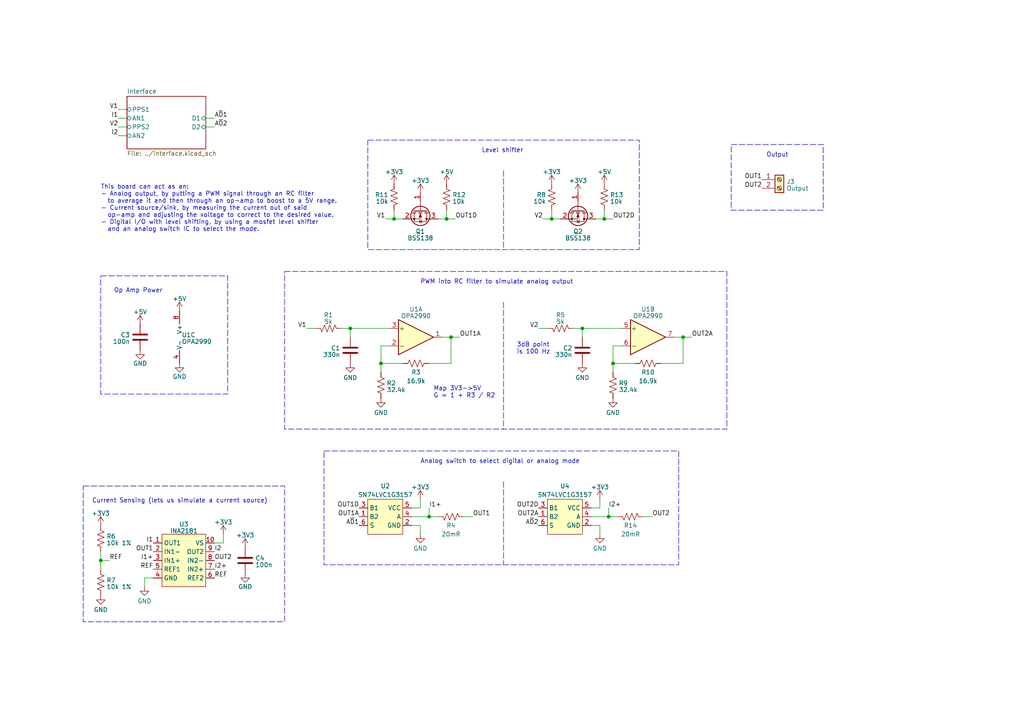
<source format=kicad_sch>
(kicad_sch (version 20230121) (generator eeschema)
  (paper "A4")
  (lib_symbols
    (symbol "Connector:Screw_Terminal_01x02" (pin_names (offset 1.016) hide)
      (property "Reference" "J" (at 0 2.54 0))
      (property "Value" "Screw_Terminal_01x02" (at 0 -5.08 0))
      (symbol "Screw_Terminal_01x02_1_1"
        (rectangle (start -1.27 1.27) (end 1.27 -3.81) (stroke (width 0.254)) (fill (type background)))
        (circle (center 0 -2.54) (radius 0.635) (stroke (width 0.1524)))
        (polyline (pts (xy -0.5334 -2.2098) (xy 0.3302 -3.048)) (stroke (width 0.1524)))
        (polyline (pts (xy -0.5334 0.3302) (xy 0.3302 -0.508)) (stroke (width 0.1524)))
        (polyline (pts (xy -0.3556 -2.032) (xy 0.508 -2.8702)) (stroke (width 0.1524)))
        (polyline (pts (xy -0.3556 0.508) (xy 0.508 -0.3302)) (stroke (width 0.1524)))
        (circle (center 0 0) (radius 0.635) (stroke (width 0.1524)))
        (pin passive line (at -5.08 0 0) (length 3.81) (name "Pin_1") (number "1"))
        (pin passive line (at -5.08 -2.54 0) (length 3.81) (name "Pin_2") (number "2"))
      )
    )
    (symbol "Device:C" (pin_numbers hide) (pin_names (offset 0.254))
      (property "Reference" "C" (at 0.635 2.54 0))
      (property "Value" "C" (at 0.635 -2.54 0))
      (symbol "C_0_1"
        (polyline (pts (xy -2.032 -0.762) (xy 2.032 -0.762)) (stroke (width 0.508)))
        (polyline (pts (xy -2.032 0.762) (xy 2.032 0.762)) (stroke (width 0.508)))
      )
      (symbol "C_1_1"
        (pin passive line (at 0 3.81 270) (length 2.794) (name "~") (number "1"))
        (pin passive line (at 0 -3.81 90) (length 2.794) (name "~") (number "2"))
      )
    )
    (symbol "Device:R_US" (pin_numbers hide) (pin_names (offset 0))
      (property "Reference" "R" (at 2.54 0 90))
      (property "Value" "R_US" (at -2.54 0 90))
      (symbol "R_US_0_1"
        (polyline (pts (xy 0 -2.286) (xy 0 -2.54)))
        (polyline (pts (xy 0 2.286) (xy 0 2.54)))
        (polyline (pts (xy 0 -0.762) (xy 1.016 -1.143) (xy 0 -1.524) (xy -1.016 -1.905) (xy 0 -2.286)))
        (polyline (pts (xy 0 0.762) (xy 1.016 0.381) (xy 0 0) (xy -1.016 -0.381) (xy 0 -0.762)))
        (polyline (pts (xy 0 2.286) (xy 1.016 1.905) (xy 0 1.524) (xy -1.016 1.143) (xy 0 0.762)))
      )
      (symbol "R_US_1_1"
        (pin passive line (at 0 3.81 270) (length 1.27) (name "~") (number "1"))
        (pin passive line (at 0 -3.81 90) (length 1.27) (name "~") (number "2"))
      )
    )
    (symbol "Transistor_FET:BSS138" (pin_names hide)
      (property "Reference" "Q" (at 5.08 1.905 0))
      (property "Value" "BSS138" (at 5.08 0 0))
      (symbol "BSS138_0_1"
        (polyline (pts (xy 0.254 0) (xy -2.54 0)))
        (polyline (pts (xy 0.254 1.905) (xy 0.254 -1.905)) (stroke (width 0.254)))
        (polyline (pts (xy 0.762 -1.27) (xy 0.762 -2.286)) (stroke (width 0.254)))
        (polyline (pts (xy 0.762 0.508) (xy 0.762 -0.508)) (stroke (width 0.254)))
        (polyline (pts (xy 0.762 2.286) (xy 0.762 1.27)) (stroke (width 0.254)))
        (polyline (pts (xy 2.54 2.54) (xy 2.54 1.778)))
        (polyline (pts (xy 2.54 -2.54) (xy 2.54 0) (xy 0.762 0)))
        (polyline (pts (xy 0.762 -1.778) (xy 3.302 -1.778) (xy 3.302 1.778) (xy 0.762 1.778)))
        (polyline (pts (xy 1.016 0) (xy 2.032 0.381) (xy 2.032 -0.381) (xy 1.016 0)) (fill (type outline)))
        (polyline (pts (xy 2.794 0.508) (xy 2.921 0.381) (xy 3.683 0.381) (xy 3.81 0.254)))
        (polyline (pts (xy 3.302 0.381) (xy 2.921 -0.254) (xy 3.683 -0.254) (xy 3.302 0.381)))
        (circle (center 1.651 0) (radius 2.794) (stroke (width 0.254)))
        (circle (center 2.54 -1.778) (radius 0.254) (fill (type outline)))
        (circle (center 2.54 1.778) (radius 0.254) (fill (type outline)))
      )
      (symbol "BSS138_1_1"
        (pin input line (at -5.08 0 0) (length 2.54) (name "G") (number "1"))
        (pin passive line (at 2.54 -5.08 90) (length 2.54) (name "S") (number "2"))
        (pin passive line (at 2.54 5.08 270) (length 2.54) (name "D") (number "3"))
      )
    )
    (symbol "hil:INA2181"
      (property "Reference" "U" (at 0 11.43 0))
      (property "Value" "INA2181" (at 0 8.89 0))
      (symbol "INA2181_1_1"
        (rectangle (start -6.35 7.62) (end 6.35 -7.62) (fill (type background)))
        (pin output line (at -8.89 5.08 0) (length 2.54) (name "OUT1") (number "1"))
        (pin power_in line (at 8.89 5.08 180) (length 2.54) (name "VS") (number "10"))
        (pin input line (at -8.89 2.54 0) (length 2.54) (name "IN1-") (number "2"))
        (pin input line (at -8.89 0 0) (length 2.54) (name "IN1+") (number "3"))
        (pin power_in line (at -8.89 -5.08 0) (length 2.54) (name "GND") (number "4"))
        (pin input line (at -8.89 -2.54 0) (length 2.54) (name "REF1") (number "5"))
        (pin input line (at 8.89 -5.08 180) (length 2.54) (name "REF2") (number "6"))
        (pin input line (at 8.89 -2.54 180) (length 2.54) (name "IN2+") (number "7"))
        (pin input line (at 8.89 0 180) (length 2.54) (name "IN2-") (number "8"))
        (pin output line (at 8.89 2.54 180) (length 2.54) (name "OUT2") (number "9"))
      )
    )
    (symbol "hil:OPA2990" (pin_names (offset 0.127))
      (property "Reference" "U" (at 0 5.08 0))
      (property "Value" "OPA2990" (at 0 -5.08 0))
      (symbol "OPA2990_1_1"
        (polyline (pts (xy -5.08 5.08) (xy 5.08 0) (xy -5.08 -5.08) (xy -5.08 5.08)) (stroke (width 0.254)) (fill (type background)))
        (pin output line (at 7.62 0 180) (length 2.54) (name "~") (number "1"))
        (pin input line (at -7.62 -2.54 0) (length 2.54) (name "-") (number "2"))
        (pin input line (at -7.62 2.54 0) (length 2.54) (name "+") (number "3"))
      )
      (symbol "OPA2990_2_1"
        (polyline (pts (xy -5.08 5.08) (xy 5.08 0) (xy -5.08 -5.08) (xy -5.08 5.08)) (stroke (width 0.254)) (fill (type background)))
        (pin input line (at -7.62 2.54 0) (length 2.54) (name "+") (number "5"))
        (pin input line (at -7.62 -2.54 0) (length 2.54) (name "-") (number "6"))
        (pin output line (at 7.62 0 180) (length 2.54) (name "~") (number "7"))
      )
      (symbol "OPA2990_3_1"
        (pin power_in line (at -2.54 -7.62 90) (length 3.81) (name "V-") (number "4"))
        (pin power_in line (at -2.54 7.62 270) (length 3.81) (name "V+") (number "8"))
      )
    )
    (symbol "hil:SN74LVC1G3157"
      (property "Reference" "U" (at 0 8.89 0))
      (property "Value" "SN74LVC1G3157" (at 0 6.35 0))
      (symbol "SN74LVC1G3157_1_1"
        (rectangle (start -5.08 5.08) (end 5.08 -5.08) (fill (type background)))
        (pin bidirectional line (at -7.62 0 0) (length 2.54) (name "B2") (number "1"))
        (pin power_in line (at 7.62 -2.54 180) (length 2.54) (name "GND") (number "2"))
        (pin bidirectional line (at -7.62 2.54 0) (length 2.54) (name "B1") (number "3"))
        (pin bidirectional line (at 7.62 0 180) (length 2.54) (name "A") (number "4"))
        (pin power_in line (at 7.62 2.54 180) (length 2.54) (name "VCC") (number "5"))
        (pin input line (at -7.62 -2.54 0) (length 2.54) (name "S") (number "6"))
      )
    )
    (symbol "power:+3V3" (power) (pin_names (offset 0))
      (property "Value" "+3V3" (at 0 3.556 0))
      (symbol "+3V3_0_1"
        (polyline (pts (xy -0.762 1.27) (xy 0 2.54)))
        (polyline (pts (xy 0 0) (xy 0 2.54)))
        (polyline (pts (xy 0 2.54) (xy 0.762 1.27)))
      )
      (symbol "+3V3_1_1"
        (pin power_in line (at 0 0 90) (length 0) hide (name "+3V3") (number "1"))
      )
    )
    (symbol "power:+5V" (power) (pin_names (offset 0))
      (property "Value" "+5V" (at 0 3.556 0))
      (symbol "+5V_0_1"
        (polyline (pts (xy -0.762 1.27) (xy 0 2.54)))
        (polyline (pts (xy 0 0) (xy 0 2.54)))
        (polyline (pts (xy 0 2.54) (xy 0.762 1.27)))
      )
      (symbol "+5V_1_1"
        (pin power_in line (at 0 0 90) (length 0) hide (name "+5V") (number "1"))
      )
    )
    (symbol "power:GND" (power) (pin_names (offset 0))
      (property "Value" "GND" (at 0 -3.81 0))
      (symbol "GND_0_1"
        (polyline (pts (xy 0 0) (xy 0 -1.27) (xy 1.27 -1.27) (xy 0 -2.54) (xy -1.27 -1.27) (xy 0 -1.27)))
      )
      (symbol "GND_1_1"
        (pin power_in line (at 0 0 270) (length 0) hide (name "GND") (number "1"))
      )
    )
  )
  (junction (at 114.3 63.5))
  (junction (at 129.54 63.5))
  (junction (at 124.46 149.86))
  (junction (at 101.6 95.25))
  (junction (at 168.91 95.25))
  (junction (at 110.49 105.41))
  (junction (at 177.8 105.41))
  (junction (at 130.81 97.79))
  (junction (at 175.26 63.5))
  (junction (at 160.02 63.5))
  (junction (at 29.21 162.56))
  (junction (at 176.53 149.86))
  (junction (at 198.12 97.79))
  (wire (pts (xy 34.29 39.37) (xy 36.83 39.37)))
  (wire (pts (xy 124.46 149.86) (xy 127 149.86)))
  (wire (pts (xy 88.9 95.25) (xy 91.44 95.25)))
  (wire (pts (xy 114.3 60.96) (xy 114.3 63.5)))
  (wire (pts (xy 59.69 36.83) (xy 62.23 36.83)))
  (wire (pts (xy 29.21 162.56) (xy 29.21 165.1)))
  (wire (pts (xy 171.45 147.32) (xy 173.99 147.32)))
  (wire (pts (xy 160.02 60.96) (xy 160.02 63.5)))
  (wire (pts (xy 168.91 95.25) (xy 166.37 95.25)))
  (wire (pts (xy 198.12 97.79) (xy 200.66 97.79)))
  (polyline (pts (xy 146.05 87.63) (xy 146.05 124.46)) (stroke (width 0) (type dash)))
  (wire (pts (xy 168.91 95.25) (xy 180.34 95.25)))
  (wire (pts (xy 101.6 95.25) (xy 99.06 95.25)))
  (wire (pts (xy 130.81 97.79) (xy 133.35 97.79)))
  (wire (pts (xy 130.81 97.79) (xy 130.81 105.41)))
  (wire (pts (xy 121.92 152.4) (xy 119.38 152.4)))
  (wire (pts (xy 64.77 157.48) (xy 62.23 157.48)))
  (wire (pts (xy 176.53 149.86) (xy 179.07 149.86)))
  (wire (pts (xy 41.91 167.64) (xy 44.45 167.64)))
  (wire (pts (xy 101.6 97.79) (xy 101.6 95.25)))
  (wire (pts (xy 157.48 63.5) (xy 160.02 63.5)))
  (wire (pts (xy 176.53 147.32) (xy 176.53 149.86)))
  (wire (pts (xy 124.46 147.32) (xy 124.46 149.86)))
  (wire (pts (xy 177.8 105.41) (xy 177.8 107.95)))
  (wire (pts (xy 160.02 63.5) (xy 162.56 63.5)))
  (wire (pts (xy 129.54 63.5) (xy 132.08 63.5)))
  (wire (pts (xy 168.91 97.79) (xy 168.91 95.25)))
  (wire (pts (xy 121.92 147.32) (xy 121.92 144.78)))
  (wire (pts (xy 101.6 95.25) (xy 113.03 95.25)))
  (wire (pts (xy 59.69 34.29) (xy 62.23 34.29)))
  (wire (pts (xy 129.54 63.5) (xy 127 63.5)))
  (wire (pts (xy 156.21 95.25) (xy 158.75 95.25)))
  (wire (pts (xy 175.26 63.5) (xy 172.72 63.5)))
  (wire (pts (xy 189.23 149.86) (xy 186.69 149.86)))
  (wire (pts (xy 184.15 105.41) (xy 177.8 105.41)))
  (wire (pts (xy 177.8 100.33) (xy 180.34 100.33)))
  (wire (pts (xy 41.91 170.18) (xy 41.91 167.64)))
  (wire (pts (xy 130.81 105.41) (xy 124.46 105.41)))
  (wire (pts (xy 128.27 97.79) (xy 130.81 97.79)))
  (wire (pts (xy 110.49 105.41) (xy 110.49 100.33)))
  (wire (pts (xy 137.16 149.86) (xy 134.62 149.86)))
  (wire (pts (xy 116.84 105.41) (xy 110.49 105.41)))
  (wire (pts (xy 110.49 105.41) (xy 110.49 107.95)))
  (wire (pts (xy 173.99 147.32) (xy 173.99 144.78)))
  (wire (pts (xy 31.75 162.56) (xy 29.21 162.56)))
  (wire (pts (xy 129.54 60.96) (xy 129.54 63.5)))
  (polyline (pts (xy 146.05 139.7) (xy 146.05 163.83)) (stroke (width 0) (type dash)))
  (wire (pts (xy 171.45 149.86) (xy 176.53 149.86)))
  (wire (pts (xy 121.92 154.94) (xy 121.92 152.4)))
  (wire (pts (xy 114.3 63.5) (xy 116.84 63.5)))
  (wire (pts (xy 64.77 154.94) (xy 64.77 157.48)))
  (wire (pts (xy 111.76 63.5) (xy 114.3 63.5)))
  (polyline (pts (xy 146.05 49.53) (xy 146.05 72.39)) (stroke (width 0) (type dash)))
  (wire (pts (xy 110.49 100.33) (xy 113.03 100.33)))
  (wire (pts (xy 119.38 149.86) (xy 124.46 149.86)))
  (wire (pts (xy 173.99 154.94) (xy 173.99 152.4)))
  (wire (pts (xy 195.58 97.79) (xy 198.12 97.79)))
  (wire (pts (xy 34.29 36.83) (xy 36.83 36.83)))
  (wire (pts (xy 119.38 147.32) (xy 121.92 147.32)))
  (wire (pts (xy 177.8 105.41) (xy 177.8 100.33)))
  (wire (pts (xy 173.99 152.4) (xy 171.45 152.4)))
  (wire (pts (xy 34.29 34.29) (xy 36.83 34.29)))
  (wire (pts (xy 175.26 63.5) (xy 177.8 63.5)))
  (wire (pts (xy 34.29 31.75) (xy 36.83 31.75)))
  (wire (pts (xy 198.12 97.79) (xy 198.12 105.41)))
  (wire (pts (xy 175.26 60.96) (xy 175.26 63.5)))
  (wire (pts (xy 198.12 105.41) (xy 191.77 105.41)))
  (wire (pts (xy 29.21 160.02) (xy 29.21 162.56)))
  (rectangle (start 212.09 41.91) (end 238.76 60.96) (stroke (width 0) (type dash)))
  (rectangle (start 106.68 40.64) (end 185.42 72.39) (stroke (width 0) (type dash)))
  (rectangle (start 82.55 78.74) (end 210.82 124.46) (stroke (width 0) (type dash)))
  (rectangle (start 24.13 140.97) (end 82.55 180.34) (stroke (width 0) (type dash)))
  (rectangle (start 93.98 130.81) (end 196.85 163.83) (stroke (width 0) (type dash)))
  (rectangle (start 29.21 80.01) (end 66.04 114.3) (stroke (width 0) (type dash)))
  (text "3dB point\nis 100 Hz" (at 149.86 102.87 0) (effects (font (size 1.27 1.27)) (justify left bottom)))
  (text "Current Sensing (lets us simulate a current source)" (at 26.67 146.05 0) (effects (font (size 1.27 1.27)) (justify left bottom)))
  (text "Map 3V3->5V\nG = 1 + R3 / R2" (at 125.73 115.57 0) (effects (font (size 1.27 1.27)) (justify left bottom)))
  (text "This board can act as an:\n- Analog output, by putting a PWM signal through an RC filter\n  to average it and then through an op-amp to boost to a 5V range.\n- Current source/sink, by measuring the current out of said\n  op-amp and adjusting the voltage to correct to the desired value.\n- Digital I/O with level shifting, by using a mosfet level shifter\n  and an analog switch IC to select the mode." (at 29.21 67.31 0) (effects (font (size 1.27 1.27)) (justify left bottom)))
  (text "Level shifter" (at 139.7 44.45 0) (effects (font (size 1.27 1.27)) (justify left bottom)))
  (text "Output" (at 222.25 45.72 0) (effects (font (size 1.27 1.27)) (justify left bottom)))
  (text "PWM into RC filter to simulate analog output" (at 121.92 82.55 0) (effects (font (size 1.27 1.27)) (justify left bottom)))
  (text "Analog switch to select digital or analog mode" (at 121.92 134.62 0) (effects (font (size 1.27 1.27)) (justify left bottom)))
  (text "Op Amp Power" (at 33.02 85.09 0) (effects (font (size 1.27 1.27)) (justify left bottom)))
  (label "V1" (at 88.9 95.25 180))
  (label "A~{D}2" (at 62.23 36.83 0))
  (label "OUT2" (at 62.23 162.56 0))
  (label "REF" (at 62.23 167.64 0))
  (label "OUT2D" (at 177.8 63.5 0))
  (label "OUT2" (at 189.23 149.86 0))
  (label "OUT2A" (at 200.66 97.79 0))
  (label "I2" (at 62.23 160.02 0))
  (label "V1" (at 34.29 31.75 180))
  (label "V1" (at 111.76 63.5 180))
  (label "I1" (at 44.45 157.48 180))
  (label "OUT1A" (at 104.14 149.86 180))
  (label "I1+" (at 124.46 147.32 0))
  (label "I1+" (at 44.45 162.56 180))
  (label "REF" (at 31.75 162.56 0))
  (label "I2" (at 34.29 39.37 180))
  (label "I2+" (at 176.53 147.32 0))
  (label "A~{D}1" (at 104.14 152.4 180))
  (label "OUT1" (at 220.98 52.07 180))
  (label "OUT1" (at 44.45 160.02 180))
  (label "REF" (at 44.45 165.1 180))
  (label "V2" (at 157.48 63.5 180))
  (label "OUT1A" (at 133.35 97.79 0))
  (label "V2" (at 34.29 36.83 180))
  (label "OUT2" (at 220.98 54.61 180))
  (label "A~{D}1" (at 62.23 34.29 0))
  (label "OUT2D" (at 156.21 147.32 180))
  (label "I2+" (at 62.23 165.1 0))
  (label "OUT1" (at 137.16 149.86 0))
  (label "I1" (at 34.29 34.29 180))
  (label "A~{D}2" (at 156.21 152.4 180))
  (label "V2" (at 156.21 95.25 180))
  (label "OUT1D" (at 104.14 147.32 180))
  (label "OUT2A" (at 156.21 149.86 180))
  (label "OUT1D" (at 132.08 63.5 0))
  (symbol (lib_id "Device:R_US") (at 110.49 111.76 180) (unit 1)
    (property "Reference" "R2" (at 112.141 111.1163 0) (effects (justify right)))
    (property "Value" "32.4k" (at 112.141 113.0373 0) (effects (justify right)))
    (property "Footprint" "Resistor_SMD:R_0805_2012Metric_Pad1.20x1.40mm_HandSolder" (effects hide))
  )
  (symbol (lib_id "power:+5V") (at 129.54 53.34 0) (unit 1)
    (property "Reference" "#PWR020" (effects hide))
    (property "Value" "+5V" (at 129.54 49.8381 0))
  )
  (symbol (lib_id "power:GND") (at 121.92 154.94 0) (mirror y) (unit 1)
    (property "Reference" "#PWR05" (effects hide))
    (property "Value" "GND" (at 121.92 159.0755 0))
  )
  (symbol (lib_id "Device:R_US") (at 175.26 57.15 180) (unit 1)
    (property "Reference" "R13" (at 176.911 56.5063 0) (effects (justify right)))
    (property "Value" "10k" (at 176.911 58.4273 0) (effects (justify right)))
    (property "Footprint" "Resistor_SMD:R_0805_2012Metric_Pad1.20x1.40mm_HandSolder" (effects hide))
  )
  (symbol (lib_id "Device:R_US") (at 29.21 156.21 180) (unit 1)
    (property "Reference" "R6" (at 30.861 155.5663 0) (effects (justify right)))
    (property "Value" "10k 1%" (at 30.861 157.4873 0) (effects (justify right)))
    (property "Footprint" "Resistor_SMD:R_0805_2012Metric_Pad1.20x1.40mm_HandSolder" (effects hide))
  )
  (symbol (lib_id "hil:OPA2990") (at 187.96 97.79 0) (unit 2)
    (property "Reference" "U1" (at 187.96 89.7001 0))
    (property "Value" "OPA2990" (at 187.96 91.6211 0))
    (property "Footprint" "Package_SO:SOIC-8_3.9x4.9mm_P1.27mm" (effects hide))
    (property "Datasheet" "https://www.ti.com/lit/ds/symlink/opa2990.pdf" (effects hide))
  )
  (symbol (lib_id "Connector:Screw_Terminal_01x02") (at 226.06 52.07 0) (unit 1)
    (property "Reference" "J3" (at 228.092 52.6963 0) (effects (justify left)))
    (property "Value" "Output" (at 228.092 54.6173 0) (effects (justify left)))
    (property "Footprint" "TerminalBlock_Phoenix:TerminalBlock_Phoenix_PT-1,5-2-5.0-H_1x02_P5.00mm_Horizontal" (effects hide))
  )
  (symbol (lib_id "power:+3V3") (at 29.21 152.4 0) (unit 1)
    (property "Reference" "#PWR09" (effects hide))
    (property "Value" "+3V3" (at 29.21 148.8981 0))
  )
  (symbol (lib_id "hil:OPA2990") (at 120.65 97.79 0) (unit 1)
    (property "Reference" "U1" (at 120.65 89.7001 0))
    (property "Value" "OPA2990" (at 120.65 91.6211 0))
    (property "Footprint" "Package_SO:SOIC-8_3.9x4.9mm_P1.27mm" (effects hide))
    (property "Datasheet" "https://www.ti.com/lit/ds/symlink/opa2990.pdf" (effects hide))
  )
  (symbol (lib_id "Device:R_US") (at 162.56 95.25 90) (mirror x) (unit 1)
    (property "Reference" "R5" (at 162.56 91.3511 90))
    (property "Value" "5k" (at 162.56 93.2721 90))
    (property "Footprint" "Resistor_SMD:R_0805_2012Metric_Pad1.20x1.40mm_HandSolder" (effects hide))
  )
  (symbol (lib_id "power:+3V3") (at 71.12 158.75 0) (unit 1)
    (property "Reference" "#PWR027" (effects hide))
    (property "Value" "+3V3" (at 71.12 155.2481 0))
  )
  (symbol (lib_id "power:GND") (at 177.8 115.57 0) (mirror y) (unit 1)
    (property "Reference" "#PWR013" (effects hide))
    (property "Value" "GND" (at 177.8 119.7055 0))
  )
  (symbol (lib_id "power:GND") (at 110.49 115.57 0) (mirror y) (unit 1)
    (property "Reference" "#PWR06" (effects hide))
    (property "Value" "GND" (at 110.49 119.7055 0))
  )
  (symbol (lib_id "Device:C") (at 168.91 101.6 0) (mirror y) (unit 1)
    (property "Reference" "C2" (at 165.989 100.9563 0) (effects (justify left)))
    (property "Value" "330n" (at 165.989 102.8773 0) (effects (justify left)))
    (property "Footprint" "Capacitor_SMD:C_0805_2012Metric_Pad1.18x1.45mm_HandSolder" (effects hide))
  )
  (symbol (lib_id "power:+3V3") (at 121.92 144.78 0) (unit 1)
    (property "Reference" "#PWR04" (effects hide))
    (property "Value" "+3V3" (at 121.92 141.2781 0))
  )
  (symbol (lib_id "power:+5V") (at 40.64 93.98 0) (unit 1)
    (property "Reference" "#PWR025" (effects hide))
    (property "Value" "+5V" (at 40.64 90.4781 0))
  )
  (symbol (lib_id "Device:R_US") (at 160.02 57.15 0) (mirror x) (unit 1)
    (property "Reference" "R8" (at 158.369 56.5063 0) (effects (justify right)))
    (property "Value" "10k" (at 158.369 58.4273 0) (effects (justify right)))
    (property "Footprint" "Resistor_SMD:R_0805_2012Metric_Pad1.20x1.40mm_HandSolder" (effects hide))
  )
  (symbol (lib_id "Device:R_US") (at 177.8 111.76 180) (unit 1)
    (property "Reference" "R9" (at 179.451 111.1163 0) (effects (justify right)))
    (property "Value" "32.4k" (at 179.451 113.0373 0) (effects (justify right)))
    (property "Footprint" "Resistor_SMD:R_0805_2012Metric_Pad1.20x1.40mm_HandSolder" (effects hide))
  )
  (symbol (lib_id "power:+3V3") (at 114.3 53.34 0) (unit 1)
    (property "Reference" "#PWR021" (effects hide))
    (property "Value" "+3V3" (at 114.3 49.8381 0))
  )
  (symbol (lib_id "Device:R_US") (at 187.96 105.41 90) (unit 1)
    (property "Reference" "R10" (at 187.96 107.95 90))
    (property "Value" "16.9k" (at 187.96 110.49 90))
    (property "Footprint" "Resistor_SMD:R_0805_2012Metric_Pad1.20x1.40mm_HandSolder" (effects hide))
  )
  (symbol (lib_id "Device:R_US") (at 95.25 95.25 90) (mirror x) (unit 1)
    (property "Reference" "R1" (at 95.25 91.3511 90))
    (property "Value" "5k" (at 95.25 93.2721 90))
    (property "Footprint" "Resistor_SMD:R_0805_2012Metric_Pad1.20x1.40mm_HandSolder" (effects hide))
  )
  (symbol (lib_id "hil:INA2181") (at 53.34 162.56 0) (unit 1)
    (property "Reference" "U3" (at 53.34 152.0571 0))
    (property "Value" "INA2181" (at 53.34 153.9781 0))
    (property "Footprint" "Package_SO:VSSOP-10_3x3mm_P0.5mm" (effects hide))
  )
  (symbol (lib_id "Transistor_FET:BSS138") (at 121.92 60.96 270) (unit 1)
    (property "Reference" "Q1" (at 121.92 67.1275 90))
    (property "Value" "BSS138" (at 121.92 69.0485 90))
    (property "Footprint" "Package_TO_SOT_SMD:SOT-323_SC-70_Handsoldering" (effects hide))
    (property "Datasheet" "https://www.onsemi.com/pub/Collateral/BSS138-D.PDF" (effects hide))
  )
  (symbol (lib_id "power:GND") (at 29.21 172.72 0) (mirror y) (unit 1)
    (property "Reference" "#PWR010" (effects hide))
    (property "Value" "GND" (at 29.21 176.8555 0))
  )
  (symbol (lib_id "Device:R_US") (at 29.21 168.91 0) (unit 1)
    (property "Reference" "R7" (at 30.861 168.2663 0) (effects (justify left)))
    (property "Value" "10k 1%" (at 30.861 170.1873 0) (effects (justify left)))
    (property "Footprint" "Resistor_SMD:R_0805_2012Metric_Pad1.20x1.40mm_HandSolder" (effects hide))
  )
  (symbol (lib_id "hil:SN74LVC1G3157") (at 163.83 149.86 0) (unit 1)
    (property "Reference" "U4" (at 163.83 140.97 0))
    (property "Value" "SN74LVC1G3157" (at 163.83 143.51 0))
    (property "Footprint" "Package_TO_SOT_SMD:SOT-363_SC-70-6_Handsoldering" (effects hide))
  )
  (symbol (lib_id "power:+3V3") (at 173.99 144.78 0) (unit 1)
    (property "Reference" "#PWR022" (effects hide))
    (property "Value" "+3V3" (at 173.99 141.2781 0))
  )
  (symbol (lib_id "Device:C") (at 101.6 101.6 0) (mirror y) (unit 1)
    (property "Reference" "C1" (at 98.679 100.9563 0) (effects (justify left)))
    (property "Value" "330n" (at 98.679 102.8773 0) (effects (justify left)))
    (property "Footprint" "Capacitor_SMD:C_0805_2012Metric_Pad1.18x1.45mm_HandSolder" (effects hide))
  )
  (symbol (lib_id "power:GND") (at 173.99 154.94 0) (mirror y) (unit 1)
    (property "Reference" "#PWR023" (effects hide))
    (property "Value" "GND" (at 173.99 159.0755 0))
  )
  (symbol (lib_id "power:GND") (at 40.64 101.6 0) (mirror y) (unit 1)
    (property "Reference" "#PWR026" (effects hide))
    (property "Value" "GND" (at 40.64 105.41 0))
  )
  (symbol (lib_id "Device:R_US") (at 130.81 149.86 90) (mirror x) (unit 1)
    (property "Reference" "R4" (at 130.81 152.4 90))
    (property "Value" "20mR" (at 130.81 154.94 90))
    (property "Footprint" "Resistor_SMD:R_1206_3216Metric_Pad1.30x1.75mm_HandSolder" (effects hide))
  )
  (symbol (lib_id "power:+3V3") (at 121.92 55.88 0) (unit 1)
    (property "Reference" "#PWR019" (effects hide))
    (property "Value" "+3V3" (at 121.92 52.3781 0))
  )
  (symbol (lib_id "power:+3V3") (at 167.64 55.88 0) (unit 1)
    (property "Reference" "#PWR014" (effects hide))
    (property "Value" "+3V3" (at 167.64 52.3781 0))
  )
  (symbol (lib_id "hil:SN74LVC1G3157") (at 111.76 149.86 0) (unit 1)
    (property "Reference" "U2" (at 111.76 140.97 0))
    (property "Value" "SN74LVC1G3157" (at 111.76 143.51 0))
    (property "Footprint" "Package_TO_SOT_SMD:SOT-363_SC-70-6_Handsoldering" (effects hide))
  )
  (symbol (lib_id "Device:R_US") (at 129.54 57.15 180) (unit 1)
    (property "Reference" "R12" (at 131.191 56.5063 0) (effects (justify right)))
    (property "Value" "10k" (at 131.191 58.4273 0) (effects (justify right)))
    (property "Footprint" "Resistor_SMD:R_0805_2012Metric_Pad1.20x1.40mm_HandSolder" (effects hide))
  )
  (symbol (lib_id "power:GND") (at 101.6 105.41 0) (mirror y) (unit 1)
    (property "Reference" "#PWR03" (effects hide))
    (property "Value" "GND" (at 101.6 109.5455 0))
  )
  (symbol (lib_id "hil:OPA2990") (at 54.61 97.79 0) (unit 3)
    (property "Reference" "U1" (at 52.705 97.1463 0) (effects (justify left)))
    (property "Value" "OPA2990" (at 52.705 99.0673 0) (effects (justify left)))
    (property "Footprint" "Package_SO:SOIC-8_3.9x4.9mm_P1.27mm" (effects hide))
    (property "Datasheet" "https://www.ti.com/lit/ds/symlink/opa2990.pdf" (effects hide))
  )
  (symbol (lib_id "Device:R_US") (at 120.65 105.41 90) (unit 1)
    (property "Reference" "R3" (at 120.65 107.95 90))
    (property "Value" "16.9k" (at 120.65 110.49 90))
    (property "Footprint" "Resistor_SMD:R_0805_2012Metric_Pad1.20x1.40mm_HandSolder" (effects hide))
  )
  (symbol (lib_id "Device:C") (at 71.12 162.56 0) (unit 1)
    (property "Reference" "C4" (at 74.041 161.9163 0) (effects (justify left)))
    (property "Value" "100n" (at 74.041 163.8373 0) (effects (justify left)))
    (property "Footprint" "Capacitor_SMD:C_0805_2012Metric_Pad1.18x1.45mm_HandSolder" (effects hide))
  )
  (symbol (lib_id "power:+3V3") (at 64.77 154.94 0) (unit 1)
    (property "Reference" "#PWR08" (effects hide))
    (property "Value" "+3V3" (at 64.77 151.4381 0))
  )
  (symbol (lib_id "power:+3V3") (at 160.02 53.34 0) (unit 1)
    (property "Reference" "#PWR012" (effects hide))
    (property "Value" "+3V3" (at 160.02 49.8381 0))
  )
  (symbol (lib_id "power:GND") (at 168.91 105.41 0) (mirror y) (unit 1)
    (property "Reference" "#PWR011" (effects hide))
    (property "Value" "GND" (at 168.91 109.5455 0))
  )
  (symbol (lib_id "power:+5V") (at 52.07 90.17 0) (unit 1)
    (property "Reference" "#PWR01" (effects hide))
    (property "Value" "+5V" (at 52.07 86.6681 0))
  )
  (symbol (lib_id "Device:R_US") (at 182.88 149.86 90) (mirror x) (unit 1)
    (property "Reference" "R14" (at 182.88 152.4 90))
    (property "Value" "20mR" (at 182.88 154.94 90))
    (property "Footprint" "Resistor_SMD:R_1206_3216Metric_Pad1.30x1.75mm_HandSolder" (effects hide))
  )
  (symbol (lib_id "power:GND") (at 41.91 170.18 0) (unit 1)
    (property "Reference" "#PWR07" (effects hide))
    (property "Value" "GND" (at 41.91 174.3155 0))
  )
  (symbol (lib_id "power:GND") (at 71.12 166.37 0) (mirror y) (unit 1)
    (property "Reference" "#PWR028" (effects hide))
    (property "Value" "GND" (at 71.12 170.18 0))
  )
  (symbol (lib_id "power:GND") (at 52.07 105.41 0) (mirror y) (unit 1)
    (property "Reference" "#PWR02" (effects hide))
    (property "Value" "GND" (at 52.07 109.22 0))
  )
  (symbol (lib_id "power:+5V") (at 175.26 53.34 0) (unit 1)
    (property "Reference" "#PWR024" (effects hide))
    (property "Value" "+5V" (at 175.26 49.8381 0))
  )
  (symbol (lib_id "Transistor_FET:BSS138") (at 167.64 60.96 270) (unit 1)
    (property "Reference" "Q2" (at 167.64 67.1275 90))
    (property "Value" "BSS138" (at 167.64 69.0485 90))
    (property "Footprint" "Package_TO_SOT_SMD:SOT-323_SC-70_Handsoldering" (effects hide))
    (property "Datasheet" "https://www.onsemi.com/pub/Collateral/BSS138-D.PDF" (effects hide))
  )
  (symbol (lib_id "Device:C") (at 40.64 97.79 0) (mirror y) (unit 1)
    (property "Reference" "C3" (at 37.719 97.1463 0) (effects (justify left)))
    (property "Value" "100n" (at 37.719 99.0673 0) (effects (justify left)))
    (property "Footprint" "Capacitor_SMD:C_0805_2012Metric_Pad1.18x1.45mm_HandSolder" (effects hide))
  )
  (symbol (lib_id "Device:R_US") (at 114.3 57.15 0) (mirror x) (unit 1)
    (property "Reference" "R11" (at 112.649 56.5063 0) (effects (justify right)))
    (property "Value" "10k" (at 112.649 58.4273 0) (effects (justify right)))
    (property "Footprint" "Resistor_SMD:R_0805_2012Metric_Pad1.20x1.40mm_HandSolder" (effects hide))
  )
  (sheet (at 36.83 27.94) (size 22.86 15.24) (stroke (width 0.1524))
    (property "Sheetname" "Interface" (at 36.83 27.2284 0) (effects (justify left bottom)))
    (property "Sheetfile" "../interface.kicad_sch" (at 36.83 43.7646 0) (effects (justify left top)))
    (pin "PPS2" bidirectional (at 36.83 36.83 180))
    (pin "PPS1" bidirectional (at 36.83 31.75 180))
    (pin "D1" bidirectional (at 59.69 34.29 0))
    (pin "D2" bidirectional (at 59.69 36.83 0))
    (pin "AN2" bidirectional (at 36.83 39.37 180))
    (pin "AN1" bidirectional (at 36.83 34.29 180))
  )
)
</source>
